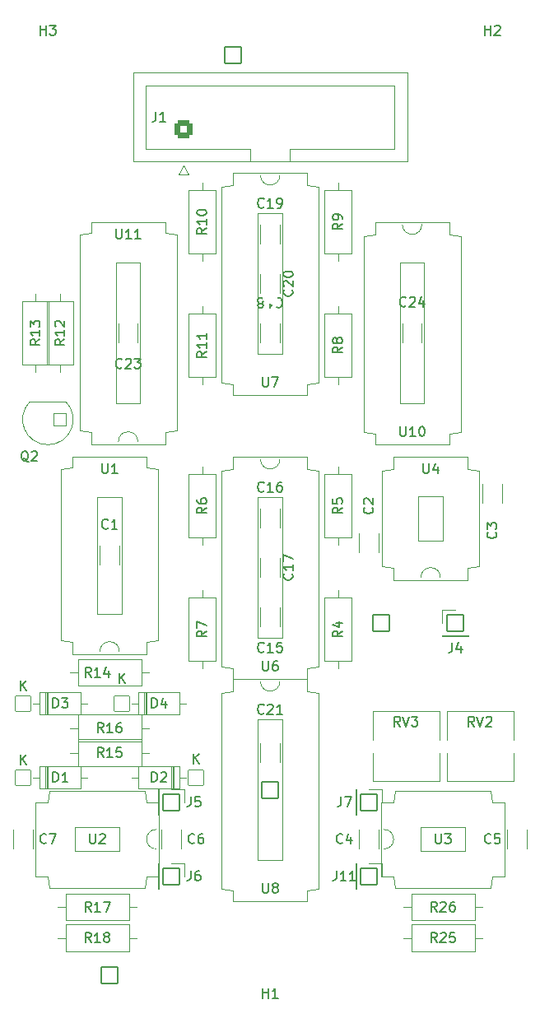
<source format=gto>
G04 #@! TF.GenerationSoftware,KiCad,Pcbnew,(6.0.0)*
G04 #@! TF.CreationDate,2022-08-08T23:12:55+02:00*
G04 #@! TF.ProjectId,FG-VCO-(core2),46472d56-434f-42d2-9863-6f726532292e,rev?*
G04 #@! TF.SameCoordinates,Original*
G04 #@! TF.FileFunction,Legend,Top*
G04 #@! TF.FilePolarity,Positive*
%FSLAX46Y46*%
G04 Gerber Fmt 4.6, Leading zero omitted, Abs format (unit mm)*
G04 Created by KiCad (PCBNEW (6.0.0)) date 2022-08-08 23:12:55*
%MOMM*%
%LPD*%
G01*
G04 APERTURE LIST*
G04 Aperture macros list*
%AMRoundRect*
0 Rectangle with rounded corners*
0 $1 Rounding radius*
0 $2 $3 $4 $5 $6 $7 $8 $9 X,Y pos of 4 corners*
0 Add a 4 corners polygon primitive as box body*
4,1,4,$2,$3,$4,$5,$6,$7,$8,$9,$2,$3,0*
0 Add four circle primitives for the rounded corners*
1,1,$1+$1,$2,$3*
1,1,$1+$1,$4,$5*
1,1,$1+$1,$6,$7*
1,1,$1+$1,$8,$9*
0 Add four rect primitives between the rounded corners*
20,1,$1+$1,$2,$3,$4,$5,0*
20,1,$1+$1,$4,$5,$6,$7,0*
20,1,$1+$1,$6,$7,$8,$9,0*
20,1,$1+$1,$8,$9,$2,$3,0*%
G04 Aperture macros list end*
%ADD10C,0.150000*%
%ADD11C,0.120000*%
%ADD12C,1.702000*%
%ADD13O,1.702000X1.702000*%
%ADD14C,1.626000*%
%ADD15RoundRect,0.051000X-0.800000X-0.800000X0.800000X-0.800000X0.800000X0.800000X-0.800000X0.800000X0*%
%ADD16RoundRect,0.051000X0.650000X0.650000X-0.650000X0.650000X-0.650000X-0.650000X0.650000X-0.650000X0*%
%ADD17C,1.402000*%
%ADD18RoundRect,0.051000X-0.850000X0.850000X-0.850000X-0.850000X0.850000X-0.850000X0.850000X0.850000X0*%
%ADD19C,1.542000*%
%ADD20C,3.302000*%
%ADD21RoundRect,0.301000X0.600000X-0.600000X0.600000X0.600000X-0.600000X0.600000X-0.600000X-0.600000X0*%
%ADD22C,1.802000*%
%ADD23RoundRect,0.051000X-0.850000X-0.850000X0.850000X-0.850000X0.850000X0.850000X-0.850000X0.850000X0*%
%ADD24RoundRect,0.051000X0.800000X0.800000X-0.800000X0.800000X-0.800000X-0.800000X0.800000X-0.800000X0*%
%ADD25O,1.802000X1.802000*%
%ADD26RoundRect,0.051000X0.850000X0.850000X-0.850000X0.850000X-0.850000X-0.850000X0.850000X-0.850000X0*%
G04 APERTURE END LIST*
D10*
X8247142Y-91892380D02*
X7913809Y-91416190D01*
X7675714Y-91892380D02*
X7675714Y-90892380D01*
X8056666Y-90892380D01*
X8151904Y-90940000D01*
X8199523Y-90987619D01*
X8247142Y-91082857D01*
X8247142Y-91225714D01*
X8199523Y-91320952D01*
X8151904Y-91368571D01*
X8056666Y-91416190D01*
X7675714Y-91416190D01*
X9199523Y-91892380D02*
X8628095Y-91892380D01*
X8913809Y-91892380D02*
X8913809Y-90892380D01*
X8818571Y-91035238D01*
X8723333Y-91130476D01*
X8628095Y-91178095D01*
X9532857Y-90892380D02*
X10199523Y-90892380D01*
X9770952Y-91892380D01*
X2992380Y-33027857D02*
X2516190Y-33361190D01*
X2992380Y-33599285D02*
X1992380Y-33599285D01*
X1992380Y-33218333D01*
X2040000Y-33123095D01*
X2087619Y-33075476D01*
X2182857Y-33027857D01*
X2325714Y-33027857D01*
X2420952Y-33075476D01*
X2468571Y-33123095D01*
X2516190Y-33218333D01*
X2516190Y-33599285D01*
X2992380Y-32075476D02*
X2992380Y-32646904D01*
X2992380Y-32361190D02*
X1992380Y-32361190D01*
X2135238Y-32456428D01*
X2230476Y-32551666D01*
X2278095Y-32646904D01*
X1992380Y-31742142D02*
X1992380Y-31123095D01*
X2373333Y-31456428D01*
X2373333Y-31313571D01*
X2420952Y-31218333D01*
X2468571Y-31170714D01*
X2563809Y-31123095D01*
X2801904Y-31123095D01*
X2897142Y-31170714D01*
X2944761Y-31218333D01*
X2992380Y-31313571D01*
X2992380Y-31599285D01*
X2944761Y-31694523D01*
X2897142Y-31742142D01*
X11422142Y-35917142D02*
X11374523Y-35964761D01*
X11231666Y-36012380D01*
X11136428Y-36012380D01*
X10993571Y-35964761D01*
X10898333Y-35869523D01*
X10850714Y-35774285D01*
X10803095Y-35583809D01*
X10803095Y-35440952D01*
X10850714Y-35250476D01*
X10898333Y-35155238D01*
X10993571Y-35060000D01*
X11136428Y-35012380D01*
X11231666Y-35012380D01*
X11374523Y-35060000D01*
X11422142Y-35107619D01*
X11803095Y-35107619D02*
X11850714Y-35060000D01*
X11945952Y-35012380D01*
X12184047Y-35012380D01*
X12279285Y-35060000D01*
X12326904Y-35107619D01*
X12374523Y-35202857D01*
X12374523Y-35298095D01*
X12326904Y-35440952D01*
X11755476Y-36012380D01*
X12374523Y-36012380D01*
X12707857Y-35012380D02*
X13326904Y-35012380D01*
X12993571Y-35393333D01*
X13136428Y-35393333D01*
X13231666Y-35440952D01*
X13279285Y-35488571D01*
X13326904Y-35583809D01*
X13326904Y-35821904D01*
X13279285Y-35917142D01*
X13231666Y-35964761D01*
X13136428Y-36012380D01*
X12850714Y-36012380D01*
X12755476Y-35964761D01*
X12707857Y-35917142D01*
X34107380Y-21121666D02*
X33631190Y-21455000D01*
X34107380Y-21693095D02*
X33107380Y-21693095D01*
X33107380Y-21312142D01*
X33155000Y-21216904D01*
X33202619Y-21169285D01*
X33297857Y-21121666D01*
X33440714Y-21121666D01*
X33535952Y-21169285D01*
X33583571Y-21216904D01*
X33631190Y-21312142D01*
X33631190Y-21693095D01*
X34107380Y-20645476D02*
X34107380Y-20455000D01*
X34059761Y-20359761D01*
X34012142Y-20312142D01*
X33869285Y-20216904D01*
X33678809Y-20169285D01*
X33297857Y-20169285D01*
X33202619Y-20216904D01*
X33155000Y-20264523D01*
X33107380Y-20359761D01*
X33107380Y-20550238D01*
X33155000Y-20645476D01*
X33202619Y-20693095D01*
X33297857Y-20740714D01*
X33535952Y-20740714D01*
X33631190Y-20693095D01*
X33678809Y-20645476D01*
X33726428Y-20550238D01*
X33726428Y-20359761D01*
X33678809Y-20264523D01*
X33631190Y-20216904D01*
X33535952Y-20169285D01*
X8247142Y-95067380D02*
X7913809Y-94591190D01*
X7675714Y-95067380D02*
X7675714Y-94067380D01*
X8056666Y-94067380D01*
X8151904Y-94115000D01*
X8199523Y-94162619D01*
X8247142Y-94257857D01*
X8247142Y-94400714D01*
X8199523Y-94495952D01*
X8151904Y-94543571D01*
X8056666Y-94591190D01*
X7675714Y-94591190D01*
X9199523Y-95067380D02*
X8628095Y-95067380D01*
X8913809Y-95067380D02*
X8913809Y-94067380D01*
X8818571Y-94210238D01*
X8723333Y-94305476D01*
X8628095Y-94353095D01*
X9770952Y-94495952D02*
X9675714Y-94448333D01*
X9628095Y-94400714D01*
X9580476Y-94305476D01*
X9580476Y-94257857D01*
X9628095Y-94162619D01*
X9675714Y-94115000D01*
X9770952Y-94067380D01*
X9961428Y-94067380D01*
X10056666Y-94115000D01*
X10104285Y-94162619D01*
X10151904Y-94257857D01*
X10151904Y-94305476D01*
X10104285Y-94400714D01*
X10056666Y-94448333D01*
X9961428Y-94495952D01*
X9770952Y-94495952D01*
X9675714Y-94543571D01*
X9628095Y-94591190D01*
X9580476Y-94686428D01*
X9580476Y-94876904D01*
X9628095Y-94972142D01*
X9675714Y-95019761D01*
X9770952Y-95067380D01*
X9961428Y-95067380D01*
X10056666Y-95019761D01*
X10104285Y-94972142D01*
X10151904Y-94876904D01*
X10151904Y-94686428D01*
X10104285Y-94591190D01*
X10056666Y-94543571D01*
X9961428Y-94495952D01*
X4341904Y-70937380D02*
X4341904Y-69937380D01*
X4580000Y-69937380D01*
X4722857Y-69985000D01*
X4818095Y-70080238D01*
X4865714Y-70175476D01*
X4913333Y-70365952D01*
X4913333Y-70508809D01*
X4865714Y-70699285D01*
X4818095Y-70794523D01*
X4722857Y-70889761D01*
X4580000Y-70937380D01*
X4341904Y-70937380D01*
X5246666Y-69937380D02*
X5865714Y-69937380D01*
X5532380Y-70318333D01*
X5675238Y-70318333D01*
X5770476Y-70365952D01*
X5818095Y-70413571D01*
X5865714Y-70508809D01*
X5865714Y-70746904D01*
X5818095Y-70842142D01*
X5770476Y-70889761D01*
X5675238Y-70937380D01*
X5389523Y-70937380D01*
X5294285Y-70889761D01*
X5246666Y-70842142D01*
X1008095Y-69137380D02*
X1008095Y-68137380D01*
X1579523Y-69137380D02*
X1150952Y-68565952D01*
X1579523Y-68137380D02*
X1008095Y-68708809D01*
X8128095Y-83907380D02*
X8128095Y-84716904D01*
X8175714Y-84812142D01*
X8223333Y-84859761D01*
X8318571Y-84907380D01*
X8509047Y-84907380D01*
X8604285Y-84859761D01*
X8651904Y-84812142D01*
X8699523Y-84716904D01*
X8699523Y-83907380D01*
X9128095Y-84002619D02*
X9175714Y-83955000D01*
X9270952Y-83907380D01*
X9509047Y-83907380D01*
X9604285Y-83955000D01*
X9651904Y-84002619D01*
X9699523Y-84097857D01*
X9699523Y-84193095D01*
X9651904Y-84335952D01*
X9080476Y-84907380D01*
X9699523Y-84907380D01*
X40632142Y-29567142D02*
X40584523Y-29614761D01*
X40441666Y-29662380D01*
X40346428Y-29662380D01*
X40203571Y-29614761D01*
X40108333Y-29519523D01*
X40060714Y-29424285D01*
X40013095Y-29233809D01*
X40013095Y-29090952D01*
X40060714Y-28900476D01*
X40108333Y-28805238D01*
X40203571Y-28710000D01*
X40346428Y-28662380D01*
X40441666Y-28662380D01*
X40584523Y-28710000D01*
X40632142Y-28757619D01*
X41013095Y-28757619D02*
X41060714Y-28710000D01*
X41155952Y-28662380D01*
X41394047Y-28662380D01*
X41489285Y-28710000D01*
X41536904Y-28757619D01*
X41584523Y-28852857D01*
X41584523Y-28948095D01*
X41536904Y-29090952D01*
X40965476Y-29662380D01*
X41584523Y-29662380D01*
X42441666Y-28995714D02*
X42441666Y-29662380D01*
X42203571Y-28614761D02*
X41965476Y-29329047D01*
X42584523Y-29329047D01*
X26027142Y-48617142D02*
X25979523Y-48664761D01*
X25836666Y-48712380D01*
X25741428Y-48712380D01*
X25598571Y-48664761D01*
X25503333Y-48569523D01*
X25455714Y-48474285D01*
X25408095Y-48283809D01*
X25408095Y-48140952D01*
X25455714Y-47950476D01*
X25503333Y-47855238D01*
X25598571Y-47760000D01*
X25741428Y-47712380D01*
X25836666Y-47712380D01*
X25979523Y-47760000D01*
X26027142Y-47807619D01*
X26979523Y-48712380D02*
X26408095Y-48712380D01*
X26693809Y-48712380D02*
X26693809Y-47712380D01*
X26598571Y-47855238D01*
X26503333Y-47950476D01*
X26408095Y-47998095D01*
X27836666Y-47712380D02*
X27646190Y-47712380D01*
X27550952Y-47760000D01*
X27503333Y-47807619D01*
X27408095Y-47950476D01*
X27360476Y-48140952D01*
X27360476Y-48521904D01*
X27408095Y-48617142D01*
X27455714Y-48664761D01*
X27550952Y-48712380D01*
X27741428Y-48712380D01*
X27836666Y-48664761D01*
X27884285Y-48617142D01*
X27931904Y-48521904D01*
X27931904Y-48283809D01*
X27884285Y-48188571D01*
X27836666Y-48140952D01*
X27741428Y-48093333D01*
X27550952Y-48093333D01*
X27455714Y-48140952D01*
X27408095Y-48188571D01*
X27360476Y-48283809D01*
X43688095Y-83907380D02*
X43688095Y-84716904D01*
X43735714Y-84812142D01*
X43783333Y-84859761D01*
X43878571Y-84907380D01*
X44069047Y-84907380D01*
X44164285Y-84859761D01*
X44211904Y-84812142D01*
X44259523Y-84716904D01*
X44259523Y-83907380D01*
X44640476Y-83907380D02*
X45259523Y-83907380D01*
X44926190Y-84288333D01*
X45069047Y-84288333D01*
X45164285Y-84335952D01*
X45211904Y-84383571D01*
X45259523Y-84478809D01*
X45259523Y-84716904D01*
X45211904Y-84812142D01*
X45164285Y-84859761D01*
X45069047Y-84907380D01*
X44783333Y-84907380D01*
X44688095Y-84859761D01*
X44640476Y-84812142D01*
X20137380Y-50331666D02*
X19661190Y-50665000D01*
X20137380Y-50903095D02*
X19137380Y-50903095D01*
X19137380Y-50522142D01*
X19185000Y-50426904D01*
X19232619Y-50379285D01*
X19327857Y-50331666D01*
X19470714Y-50331666D01*
X19565952Y-50379285D01*
X19613571Y-50426904D01*
X19661190Y-50522142D01*
X19661190Y-50903095D01*
X19137380Y-49474523D02*
X19137380Y-49665000D01*
X19185000Y-49760238D01*
X19232619Y-49807857D01*
X19375476Y-49903095D01*
X19565952Y-49950714D01*
X19946904Y-49950714D01*
X20042142Y-49903095D01*
X20089761Y-49855476D01*
X20137380Y-49760238D01*
X20137380Y-49569761D01*
X20089761Y-49474523D01*
X20042142Y-49426904D01*
X19946904Y-49379285D01*
X19708809Y-49379285D01*
X19613571Y-49426904D01*
X19565952Y-49474523D01*
X19518333Y-49569761D01*
X19518333Y-49760238D01*
X19565952Y-49855476D01*
X19613571Y-49903095D01*
X19708809Y-49950714D01*
X1809761Y-45632619D02*
X1714523Y-45585000D01*
X1619285Y-45489761D01*
X1476428Y-45346904D01*
X1381190Y-45299285D01*
X1285952Y-45299285D01*
X1333571Y-45537380D02*
X1238333Y-45489761D01*
X1143095Y-45394523D01*
X1095476Y-45204047D01*
X1095476Y-44870714D01*
X1143095Y-44680238D01*
X1238333Y-44585000D01*
X1333571Y-44537380D01*
X1524047Y-44537380D01*
X1619285Y-44585000D01*
X1714523Y-44680238D01*
X1762142Y-44870714D01*
X1762142Y-45204047D01*
X1714523Y-45394523D01*
X1619285Y-45489761D01*
X1524047Y-45537380D01*
X1333571Y-45537380D01*
X2143095Y-44632619D02*
X2190714Y-44585000D01*
X2285952Y-44537380D01*
X2524047Y-44537380D01*
X2619285Y-44585000D01*
X2666904Y-44632619D01*
X2714523Y-44727857D01*
X2714523Y-44823095D01*
X2666904Y-44965952D01*
X2095476Y-45537380D01*
X2714523Y-45537380D01*
X26027142Y-71477142D02*
X25979523Y-71524761D01*
X25836666Y-71572380D01*
X25741428Y-71572380D01*
X25598571Y-71524761D01*
X25503333Y-71429523D01*
X25455714Y-71334285D01*
X25408095Y-71143809D01*
X25408095Y-71000952D01*
X25455714Y-70810476D01*
X25503333Y-70715238D01*
X25598571Y-70620000D01*
X25741428Y-70572380D01*
X25836666Y-70572380D01*
X25979523Y-70620000D01*
X26027142Y-70667619D01*
X26408095Y-70667619D02*
X26455714Y-70620000D01*
X26550952Y-70572380D01*
X26789047Y-70572380D01*
X26884285Y-70620000D01*
X26931904Y-70667619D01*
X26979523Y-70762857D01*
X26979523Y-70858095D01*
X26931904Y-71000952D01*
X26360476Y-71572380D01*
X26979523Y-71572380D01*
X27931904Y-71572380D02*
X27360476Y-71572380D01*
X27646190Y-71572380D02*
X27646190Y-70572380D01*
X27550952Y-70715238D01*
X27455714Y-70810476D01*
X27360476Y-70858095D01*
X25908095Y-88987380D02*
X25908095Y-89796904D01*
X25955714Y-89892142D01*
X26003333Y-89939761D01*
X26098571Y-89987380D01*
X26289047Y-89987380D01*
X26384285Y-89939761D01*
X26431904Y-89892142D01*
X26479523Y-89796904D01*
X26479523Y-88987380D01*
X27098571Y-89415952D02*
X27003333Y-89368333D01*
X26955714Y-89320714D01*
X26908095Y-89225476D01*
X26908095Y-89177857D01*
X26955714Y-89082619D01*
X27003333Y-89035000D01*
X27098571Y-88987380D01*
X27289047Y-88987380D01*
X27384285Y-89035000D01*
X27431904Y-89082619D01*
X27479523Y-89177857D01*
X27479523Y-89225476D01*
X27431904Y-89320714D01*
X27384285Y-89368333D01*
X27289047Y-89415952D01*
X27098571Y-89415952D01*
X27003333Y-89463571D01*
X26955714Y-89511190D01*
X26908095Y-89606428D01*
X26908095Y-89796904D01*
X26955714Y-89892142D01*
X27003333Y-89939761D01*
X27098571Y-89987380D01*
X27289047Y-89987380D01*
X27384285Y-89939761D01*
X27431904Y-89892142D01*
X27479523Y-89796904D01*
X27479523Y-89606428D01*
X27431904Y-89511190D01*
X27384285Y-89463571D01*
X27289047Y-89415952D01*
X9993333Y-52427142D02*
X9945714Y-52474761D01*
X9802857Y-52522380D01*
X9707619Y-52522380D01*
X9564761Y-52474761D01*
X9469523Y-52379523D01*
X9421904Y-52284285D01*
X9374285Y-52093809D01*
X9374285Y-51950952D01*
X9421904Y-51760476D01*
X9469523Y-51665238D01*
X9564761Y-51570000D01*
X9707619Y-51522380D01*
X9802857Y-51522380D01*
X9945714Y-51570000D01*
X9993333Y-51617619D01*
X10945714Y-52522380D02*
X10374285Y-52522380D01*
X10660000Y-52522380D02*
X10660000Y-51522380D01*
X10564761Y-51665238D01*
X10469523Y-51760476D01*
X10374285Y-51808095D01*
X20137380Y-34297857D02*
X19661190Y-34631190D01*
X20137380Y-34869285D02*
X19137380Y-34869285D01*
X19137380Y-34488333D01*
X19185000Y-34393095D01*
X19232619Y-34345476D01*
X19327857Y-34297857D01*
X19470714Y-34297857D01*
X19565952Y-34345476D01*
X19613571Y-34393095D01*
X19661190Y-34488333D01*
X19661190Y-34869285D01*
X20137380Y-33345476D02*
X20137380Y-33916904D01*
X20137380Y-33631190D02*
X19137380Y-33631190D01*
X19280238Y-33726428D01*
X19375476Y-33821666D01*
X19423095Y-33916904D01*
X20137380Y-32393095D02*
X20137380Y-32964523D01*
X20137380Y-32678809D02*
X19137380Y-32678809D01*
X19280238Y-32774047D01*
X19375476Y-32869285D01*
X19423095Y-32964523D01*
X25908095Y-66127380D02*
X25908095Y-66936904D01*
X25955714Y-67032142D01*
X26003333Y-67079761D01*
X26098571Y-67127380D01*
X26289047Y-67127380D01*
X26384285Y-67079761D01*
X26431904Y-67032142D01*
X26479523Y-66936904D01*
X26479523Y-66127380D01*
X27384285Y-66127380D02*
X27193809Y-66127380D01*
X27098571Y-66175000D01*
X27050952Y-66222619D01*
X26955714Y-66365476D01*
X26908095Y-66555952D01*
X26908095Y-66936904D01*
X26955714Y-67032142D01*
X27003333Y-67079761D01*
X27098571Y-67127380D01*
X27289047Y-67127380D01*
X27384285Y-67079761D01*
X27431904Y-67032142D01*
X27479523Y-66936904D01*
X27479523Y-66698809D01*
X27431904Y-66603571D01*
X27384285Y-66555952D01*
X27289047Y-66508333D01*
X27098571Y-66508333D01*
X27003333Y-66555952D01*
X26955714Y-66603571D01*
X26908095Y-66698809D01*
X5532380Y-33027857D02*
X5056190Y-33361190D01*
X5532380Y-33599285D02*
X4532380Y-33599285D01*
X4532380Y-33218333D01*
X4580000Y-33123095D01*
X4627619Y-33075476D01*
X4722857Y-33027857D01*
X4865714Y-33027857D01*
X4960952Y-33075476D01*
X5008571Y-33123095D01*
X5056190Y-33218333D01*
X5056190Y-33599285D01*
X5532380Y-32075476D02*
X5532380Y-32646904D01*
X5532380Y-32361190D02*
X4532380Y-32361190D01*
X4675238Y-32456428D01*
X4770476Y-32551666D01*
X4818095Y-32646904D01*
X4627619Y-31694523D02*
X4580000Y-31646904D01*
X4532380Y-31551666D01*
X4532380Y-31313571D01*
X4580000Y-31218333D01*
X4627619Y-31170714D01*
X4722857Y-31123095D01*
X4818095Y-31123095D01*
X4960952Y-31170714D01*
X5532380Y-31742142D01*
X5532380Y-31123095D01*
X9517142Y-73477380D02*
X9183809Y-73001190D01*
X8945714Y-73477380D02*
X8945714Y-72477380D01*
X9326666Y-72477380D01*
X9421904Y-72525000D01*
X9469523Y-72572619D01*
X9517142Y-72667857D01*
X9517142Y-72810714D01*
X9469523Y-72905952D01*
X9421904Y-72953571D01*
X9326666Y-73001190D01*
X8945714Y-73001190D01*
X10469523Y-73477380D02*
X9898095Y-73477380D01*
X10183809Y-73477380D02*
X10183809Y-72477380D01*
X10088571Y-72620238D01*
X9993333Y-72715476D01*
X9898095Y-72763095D01*
X11326666Y-72477380D02*
X11136190Y-72477380D01*
X11040952Y-72525000D01*
X10993333Y-72572619D01*
X10898095Y-72715476D01*
X10850476Y-72905952D01*
X10850476Y-73286904D01*
X10898095Y-73382142D01*
X10945714Y-73429761D01*
X11040952Y-73477380D01*
X11231428Y-73477380D01*
X11326666Y-73429761D01*
X11374285Y-73382142D01*
X11421904Y-73286904D01*
X11421904Y-73048809D01*
X11374285Y-72953571D01*
X11326666Y-72905952D01*
X11231428Y-72858333D01*
X11040952Y-72858333D01*
X10945714Y-72905952D01*
X10898095Y-72953571D01*
X10850476Y-73048809D01*
X33956666Y-80097380D02*
X33956666Y-80811666D01*
X33909047Y-80954523D01*
X33813809Y-81049761D01*
X33670952Y-81097380D01*
X33575714Y-81097380D01*
X34337619Y-80097380D02*
X35004285Y-80097380D01*
X34575714Y-81097380D01*
X49363333Y-84812142D02*
X49315714Y-84859761D01*
X49172857Y-84907380D01*
X49077619Y-84907380D01*
X48934761Y-84859761D01*
X48839523Y-84764523D01*
X48791904Y-84669285D01*
X48744285Y-84478809D01*
X48744285Y-84335952D01*
X48791904Y-84145476D01*
X48839523Y-84050238D01*
X48934761Y-83955000D01*
X49077619Y-83907380D01*
X49172857Y-83907380D01*
X49315714Y-83955000D01*
X49363333Y-84002619D01*
X50268095Y-83907380D02*
X49791904Y-83907380D01*
X49744285Y-84383571D01*
X49791904Y-84335952D01*
X49887142Y-84288333D01*
X50125238Y-84288333D01*
X50220476Y-84335952D01*
X50268095Y-84383571D01*
X50315714Y-84478809D01*
X50315714Y-84716904D01*
X50268095Y-84812142D01*
X50220476Y-84859761D01*
X50125238Y-84907380D01*
X49887142Y-84907380D01*
X49791904Y-84859761D01*
X49744285Y-84812142D01*
X8247142Y-67762380D02*
X7913809Y-67286190D01*
X7675714Y-67762380D02*
X7675714Y-66762380D01*
X8056666Y-66762380D01*
X8151904Y-66810000D01*
X8199523Y-66857619D01*
X8247142Y-66952857D01*
X8247142Y-67095714D01*
X8199523Y-67190952D01*
X8151904Y-67238571D01*
X8056666Y-67286190D01*
X7675714Y-67286190D01*
X9199523Y-67762380D02*
X8628095Y-67762380D01*
X8913809Y-67762380D02*
X8913809Y-66762380D01*
X8818571Y-66905238D01*
X8723333Y-67000476D01*
X8628095Y-67048095D01*
X10056666Y-67095714D02*
X10056666Y-67762380D01*
X9818571Y-66714761D02*
X9580476Y-67429047D01*
X10199523Y-67429047D01*
X47664761Y-72842380D02*
X47331428Y-72366190D01*
X47093333Y-72842380D02*
X47093333Y-71842380D01*
X47474285Y-71842380D01*
X47569523Y-71890000D01*
X47617142Y-71937619D01*
X47664761Y-72032857D01*
X47664761Y-72175714D01*
X47617142Y-72270952D01*
X47569523Y-72318571D01*
X47474285Y-72366190D01*
X47093333Y-72366190D01*
X47950476Y-71842380D02*
X48283809Y-72842380D01*
X48617142Y-71842380D01*
X48902857Y-71937619D02*
X48950476Y-71890000D01*
X49045714Y-71842380D01*
X49283809Y-71842380D01*
X49379047Y-71890000D01*
X49426666Y-71937619D01*
X49474285Y-72032857D01*
X49474285Y-72128095D01*
X49426666Y-72270952D01*
X48855238Y-72842380D01*
X49474285Y-72842380D01*
X18506666Y-87717380D02*
X18506666Y-88431666D01*
X18459047Y-88574523D01*
X18363809Y-88669761D01*
X18220952Y-88717380D01*
X18125714Y-88717380D01*
X19411428Y-87717380D02*
X19220952Y-87717380D01*
X19125714Y-87765000D01*
X19078095Y-87812619D01*
X18982857Y-87955476D01*
X18935238Y-88145952D01*
X18935238Y-88526904D01*
X18982857Y-88622142D01*
X19030476Y-88669761D01*
X19125714Y-88717380D01*
X19316190Y-88717380D01*
X19411428Y-88669761D01*
X19459047Y-88622142D01*
X19506666Y-88526904D01*
X19506666Y-88288809D01*
X19459047Y-88193571D01*
X19411428Y-88145952D01*
X19316190Y-88098333D01*
X19125714Y-88098333D01*
X19030476Y-88145952D01*
X18982857Y-88193571D01*
X18935238Y-88288809D01*
X28932142Y-27947857D02*
X28979761Y-27995476D01*
X29027380Y-28138333D01*
X29027380Y-28233571D01*
X28979761Y-28376428D01*
X28884523Y-28471666D01*
X28789285Y-28519285D01*
X28598809Y-28566904D01*
X28455952Y-28566904D01*
X28265476Y-28519285D01*
X28170238Y-28471666D01*
X28075000Y-28376428D01*
X28027380Y-28233571D01*
X28027380Y-28138333D01*
X28075000Y-27995476D01*
X28122619Y-27947857D01*
X28122619Y-27566904D02*
X28075000Y-27519285D01*
X28027380Y-27424047D01*
X28027380Y-27185952D01*
X28075000Y-27090714D01*
X28122619Y-27043095D01*
X28217857Y-26995476D01*
X28313095Y-26995476D01*
X28455952Y-27043095D01*
X29027380Y-27614523D01*
X29027380Y-26995476D01*
X28027380Y-26376428D02*
X28027380Y-26281190D01*
X28075000Y-26185952D01*
X28122619Y-26138333D01*
X28217857Y-26090714D01*
X28408333Y-26043095D01*
X28646428Y-26043095D01*
X28836904Y-26090714D01*
X28932142Y-26138333D01*
X28979761Y-26185952D01*
X29027380Y-26281190D01*
X29027380Y-26376428D01*
X28979761Y-26471666D01*
X28932142Y-26519285D01*
X28836904Y-26566904D01*
X28646428Y-26614523D01*
X28408333Y-26614523D01*
X28217857Y-26566904D01*
X28122619Y-26519285D01*
X28075000Y-26471666D01*
X28027380Y-26376428D01*
X18883333Y-84812142D02*
X18835714Y-84859761D01*
X18692857Y-84907380D01*
X18597619Y-84907380D01*
X18454761Y-84859761D01*
X18359523Y-84764523D01*
X18311904Y-84669285D01*
X18264285Y-84478809D01*
X18264285Y-84335952D01*
X18311904Y-84145476D01*
X18359523Y-84050238D01*
X18454761Y-83955000D01*
X18597619Y-83907380D01*
X18692857Y-83907380D01*
X18835714Y-83955000D01*
X18883333Y-84002619D01*
X19740476Y-83907380D02*
X19550000Y-83907380D01*
X19454761Y-83955000D01*
X19407142Y-84002619D01*
X19311904Y-84145476D01*
X19264285Y-84335952D01*
X19264285Y-84716904D01*
X19311904Y-84812142D01*
X19359523Y-84859761D01*
X19454761Y-84907380D01*
X19645238Y-84907380D01*
X19740476Y-84859761D01*
X19788095Y-84812142D01*
X19835714Y-84716904D01*
X19835714Y-84478809D01*
X19788095Y-84383571D01*
X19740476Y-84335952D01*
X19645238Y-84288333D01*
X19454761Y-84288333D01*
X19359523Y-84335952D01*
X19311904Y-84383571D01*
X19264285Y-84478809D01*
X3643333Y-84812142D02*
X3595714Y-84859761D01*
X3452857Y-84907380D01*
X3357619Y-84907380D01*
X3214761Y-84859761D01*
X3119523Y-84764523D01*
X3071904Y-84669285D01*
X3024285Y-84478809D01*
X3024285Y-84335952D01*
X3071904Y-84145476D01*
X3119523Y-84050238D01*
X3214761Y-83955000D01*
X3357619Y-83907380D01*
X3452857Y-83907380D01*
X3595714Y-83955000D01*
X3643333Y-84002619D01*
X3976666Y-83907380D02*
X4643333Y-83907380D01*
X4214761Y-84907380D01*
X9517142Y-76017380D02*
X9183809Y-75541190D01*
X8945714Y-76017380D02*
X8945714Y-75017380D01*
X9326666Y-75017380D01*
X9421904Y-75065000D01*
X9469523Y-75112619D01*
X9517142Y-75207857D01*
X9517142Y-75350714D01*
X9469523Y-75445952D01*
X9421904Y-75493571D01*
X9326666Y-75541190D01*
X8945714Y-75541190D01*
X10469523Y-76017380D02*
X9898095Y-76017380D01*
X10183809Y-76017380D02*
X10183809Y-75017380D01*
X10088571Y-75160238D01*
X9993333Y-75255476D01*
X9898095Y-75303095D01*
X11374285Y-75017380D02*
X10898095Y-75017380D01*
X10850476Y-75493571D01*
X10898095Y-75445952D01*
X10993333Y-75398333D01*
X11231428Y-75398333D01*
X11326666Y-75445952D01*
X11374285Y-75493571D01*
X11421904Y-75588809D01*
X11421904Y-75826904D01*
X11374285Y-75922142D01*
X11326666Y-75969761D01*
X11231428Y-76017380D01*
X10993333Y-76017380D01*
X10898095Y-75969761D01*
X10850476Y-75922142D01*
X34107380Y-63031666D02*
X33631190Y-63365000D01*
X34107380Y-63603095D02*
X33107380Y-63603095D01*
X33107380Y-63222142D01*
X33155000Y-63126904D01*
X33202619Y-63079285D01*
X33297857Y-63031666D01*
X33440714Y-63031666D01*
X33535952Y-63079285D01*
X33583571Y-63126904D01*
X33631190Y-63222142D01*
X33631190Y-63603095D01*
X33440714Y-62174523D02*
X34107380Y-62174523D01*
X33059761Y-62412619D02*
X33774047Y-62650714D01*
X33774047Y-62031666D01*
X34107380Y-50331666D02*
X33631190Y-50665000D01*
X34107380Y-50903095D02*
X33107380Y-50903095D01*
X33107380Y-50522142D01*
X33155000Y-50426904D01*
X33202619Y-50379285D01*
X33297857Y-50331666D01*
X33440714Y-50331666D01*
X33535952Y-50379285D01*
X33583571Y-50426904D01*
X33631190Y-50522142D01*
X33631190Y-50903095D01*
X33107380Y-49426904D02*
X33107380Y-49903095D01*
X33583571Y-49950714D01*
X33535952Y-49903095D01*
X33488333Y-49807857D01*
X33488333Y-49569761D01*
X33535952Y-49474523D01*
X33583571Y-49426904D01*
X33678809Y-49379285D01*
X33916904Y-49379285D01*
X34012142Y-49426904D01*
X34059761Y-49474523D01*
X34107380Y-49569761D01*
X34107380Y-49807857D01*
X34059761Y-49903095D01*
X34012142Y-49950714D01*
X20137380Y-21597857D02*
X19661190Y-21931190D01*
X20137380Y-22169285D02*
X19137380Y-22169285D01*
X19137380Y-21788333D01*
X19185000Y-21693095D01*
X19232619Y-21645476D01*
X19327857Y-21597857D01*
X19470714Y-21597857D01*
X19565952Y-21645476D01*
X19613571Y-21693095D01*
X19661190Y-21788333D01*
X19661190Y-22169285D01*
X20137380Y-20645476D02*
X20137380Y-21216904D01*
X20137380Y-20931190D02*
X19137380Y-20931190D01*
X19280238Y-21026428D01*
X19375476Y-21121666D01*
X19423095Y-21216904D01*
X19137380Y-20026428D02*
X19137380Y-19931190D01*
X19185000Y-19835952D01*
X19232619Y-19788333D01*
X19327857Y-19740714D01*
X19518333Y-19693095D01*
X19756428Y-19693095D01*
X19946904Y-19740714D01*
X20042142Y-19788333D01*
X20089761Y-19835952D01*
X20137380Y-19931190D01*
X20137380Y-20026428D01*
X20089761Y-20121666D01*
X20042142Y-20169285D01*
X19946904Y-20216904D01*
X19756428Y-20264523D01*
X19518333Y-20264523D01*
X19327857Y-20216904D01*
X19232619Y-20169285D01*
X19185000Y-20121666D01*
X19137380Y-20026428D01*
X43807142Y-95067380D02*
X43473809Y-94591190D01*
X43235714Y-95067380D02*
X43235714Y-94067380D01*
X43616666Y-94067380D01*
X43711904Y-94115000D01*
X43759523Y-94162619D01*
X43807142Y-94257857D01*
X43807142Y-94400714D01*
X43759523Y-94495952D01*
X43711904Y-94543571D01*
X43616666Y-94591190D01*
X43235714Y-94591190D01*
X44188095Y-94162619D02*
X44235714Y-94115000D01*
X44330952Y-94067380D01*
X44569047Y-94067380D01*
X44664285Y-94115000D01*
X44711904Y-94162619D01*
X44759523Y-94257857D01*
X44759523Y-94353095D01*
X44711904Y-94495952D01*
X44140476Y-95067380D01*
X44759523Y-95067380D01*
X45664285Y-94067380D02*
X45188095Y-94067380D01*
X45140476Y-94543571D01*
X45188095Y-94495952D01*
X45283333Y-94448333D01*
X45521428Y-94448333D01*
X45616666Y-94495952D01*
X45664285Y-94543571D01*
X45711904Y-94638809D01*
X45711904Y-94876904D01*
X45664285Y-94972142D01*
X45616666Y-95019761D01*
X45521428Y-95067380D01*
X45283333Y-95067380D01*
X45188095Y-95019761D01*
X45140476Y-94972142D01*
X18506666Y-80097380D02*
X18506666Y-80811666D01*
X18459047Y-80954523D01*
X18363809Y-81049761D01*
X18220952Y-81097380D01*
X18125714Y-81097380D01*
X19459047Y-80097380D02*
X18982857Y-80097380D01*
X18935238Y-80573571D01*
X18982857Y-80525952D01*
X19078095Y-80478333D01*
X19316190Y-80478333D01*
X19411428Y-80525952D01*
X19459047Y-80573571D01*
X19506666Y-80668809D01*
X19506666Y-80906904D01*
X19459047Y-81002142D01*
X19411428Y-81049761D01*
X19316190Y-81097380D01*
X19078095Y-81097380D01*
X18982857Y-81049761D01*
X18935238Y-81002142D01*
X14906666Y-9612380D02*
X14906666Y-10326666D01*
X14859047Y-10469523D01*
X14763809Y-10564761D01*
X14620952Y-10612380D01*
X14525714Y-10612380D01*
X15906666Y-10612380D02*
X15335238Y-10612380D01*
X15620952Y-10612380D02*
X15620952Y-9612380D01*
X15525714Y-9755238D01*
X15430476Y-9850476D01*
X15335238Y-9898095D01*
X26027142Y-65127142D02*
X25979523Y-65174761D01*
X25836666Y-65222380D01*
X25741428Y-65222380D01*
X25598571Y-65174761D01*
X25503333Y-65079523D01*
X25455714Y-64984285D01*
X25408095Y-64793809D01*
X25408095Y-64650952D01*
X25455714Y-64460476D01*
X25503333Y-64365238D01*
X25598571Y-64270000D01*
X25741428Y-64222380D01*
X25836666Y-64222380D01*
X25979523Y-64270000D01*
X26027142Y-64317619D01*
X26979523Y-65222380D02*
X26408095Y-65222380D01*
X26693809Y-65222380D02*
X26693809Y-64222380D01*
X26598571Y-64365238D01*
X26503333Y-64460476D01*
X26408095Y-64508095D01*
X27884285Y-64222380D02*
X27408095Y-64222380D01*
X27360476Y-64698571D01*
X27408095Y-64650952D01*
X27503333Y-64603333D01*
X27741428Y-64603333D01*
X27836666Y-64650952D01*
X27884285Y-64698571D01*
X27931904Y-64793809D01*
X27931904Y-65031904D01*
X27884285Y-65127142D01*
X27836666Y-65174761D01*
X27741428Y-65222380D01*
X27503333Y-65222380D01*
X27408095Y-65174761D01*
X27360476Y-65127142D01*
X40044761Y-72842380D02*
X39711428Y-72366190D01*
X39473333Y-72842380D02*
X39473333Y-71842380D01*
X39854285Y-71842380D01*
X39949523Y-71890000D01*
X39997142Y-71937619D01*
X40044761Y-72032857D01*
X40044761Y-72175714D01*
X39997142Y-72270952D01*
X39949523Y-72318571D01*
X39854285Y-72366190D01*
X39473333Y-72366190D01*
X40330476Y-71842380D02*
X40663809Y-72842380D01*
X40997142Y-71842380D01*
X41235238Y-71842380D02*
X41854285Y-71842380D01*
X41520952Y-72223333D01*
X41663809Y-72223333D01*
X41759047Y-72270952D01*
X41806666Y-72318571D01*
X41854285Y-72413809D01*
X41854285Y-72651904D01*
X41806666Y-72747142D01*
X41759047Y-72794761D01*
X41663809Y-72842380D01*
X41378095Y-72842380D01*
X41282857Y-72794761D01*
X41235238Y-72747142D01*
X45386666Y-64222380D02*
X45386666Y-64936666D01*
X45339047Y-65079523D01*
X45243809Y-65174761D01*
X45100952Y-65222380D01*
X45005714Y-65222380D01*
X46291428Y-64555714D02*
X46291428Y-65222380D01*
X46053333Y-64174761D02*
X45815238Y-64889047D01*
X46434285Y-64889047D01*
X4341904Y-78557380D02*
X4341904Y-77557380D01*
X4580000Y-77557380D01*
X4722857Y-77605000D01*
X4818095Y-77700238D01*
X4865714Y-77795476D01*
X4913333Y-77985952D01*
X4913333Y-78128809D01*
X4865714Y-78319285D01*
X4818095Y-78414523D01*
X4722857Y-78509761D01*
X4580000Y-78557380D01*
X4341904Y-78557380D01*
X5865714Y-78557380D02*
X5294285Y-78557380D01*
X5580000Y-78557380D02*
X5580000Y-77557380D01*
X5484761Y-77700238D01*
X5389523Y-77795476D01*
X5294285Y-77843095D01*
X1008095Y-76757380D02*
X1008095Y-75757380D01*
X1579523Y-76757380D02*
X1150952Y-76185952D01*
X1579523Y-75757380D02*
X1008095Y-76328809D01*
X20137380Y-63031666D02*
X19661190Y-63365000D01*
X20137380Y-63603095D02*
X19137380Y-63603095D01*
X19137380Y-63222142D01*
X19185000Y-63126904D01*
X19232619Y-63079285D01*
X19327857Y-63031666D01*
X19470714Y-63031666D01*
X19565952Y-63079285D01*
X19613571Y-63126904D01*
X19661190Y-63222142D01*
X19661190Y-63603095D01*
X19137380Y-62698333D02*
X19137380Y-62031666D01*
X20137380Y-62460238D01*
X10826904Y-21677380D02*
X10826904Y-22486904D01*
X10874523Y-22582142D01*
X10922142Y-22629761D01*
X11017380Y-22677380D01*
X11207857Y-22677380D01*
X11303095Y-22629761D01*
X11350714Y-22582142D01*
X11398333Y-22486904D01*
X11398333Y-21677380D01*
X12398333Y-22677380D02*
X11826904Y-22677380D01*
X12112619Y-22677380D02*
X12112619Y-21677380D01*
X12017380Y-21820238D01*
X11922142Y-21915476D01*
X11826904Y-21963095D01*
X13350714Y-22677380D02*
X12779285Y-22677380D01*
X13065000Y-22677380D02*
X13065000Y-21677380D01*
X12969761Y-21820238D01*
X12874523Y-21915476D01*
X12779285Y-21963095D01*
X34107380Y-33821666D02*
X33631190Y-34155000D01*
X34107380Y-34393095D02*
X33107380Y-34393095D01*
X33107380Y-34012142D01*
X33155000Y-33916904D01*
X33202619Y-33869285D01*
X33297857Y-33821666D01*
X33440714Y-33821666D01*
X33535952Y-33869285D01*
X33583571Y-33916904D01*
X33631190Y-34012142D01*
X33631190Y-34393095D01*
X33535952Y-33250238D02*
X33488333Y-33345476D01*
X33440714Y-33393095D01*
X33345476Y-33440714D01*
X33297857Y-33440714D01*
X33202619Y-33393095D01*
X33155000Y-33345476D01*
X33107380Y-33250238D01*
X33107380Y-33059761D01*
X33155000Y-32964523D01*
X33202619Y-32916904D01*
X33297857Y-32869285D01*
X33345476Y-32869285D01*
X33440714Y-32916904D01*
X33488333Y-32964523D01*
X33535952Y-33059761D01*
X33535952Y-33250238D01*
X33583571Y-33345476D01*
X33631190Y-33393095D01*
X33726428Y-33440714D01*
X33916904Y-33440714D01*
X34012142Y-33393095D01*
X34059761Y-33345476D01*
X34107380Y-33250238D01*
X34107380Y-33059761D01*
X34059761Y-32964523D01*
X34012142Y-32916904D01*
X33916904Y-32869285D01*
X33726428Y-32869285D01*
X33631190Y-32916904D01*
X33583571Y-32964523D01*
X33535952Y-33059761D01*
X3048095Y-1722380D02*
X3048095Y-722380D01*
X3048095Y-1198571D02*
X3619523Y-1198571D01*
X3619523Y-1722380D02*
X3619523Y-722380D01*
X4000476Y-722380D02*
X4619523Y-722380D01*
X4286190Y-1103333D01*
X4429047Y-1103333D01*
X4524285Y-1150952D01*
X4571904Y-1198571D01*
X4619523Y-1293809D01*
X4619523Y-1531904D01*
X4571904Y-1627142D01*
X4524285Y-1674761D01*
X4429047Y-1722380D01*
X4143333Y-1722380D01*
X4048095Y-1674761D01*
X4000476Y-1627142D01*
X25908095Y-36917380D02*
X25908095Y-37726904D01*
X25955714Y-37822142D01*
X26003333Y-37869761D01*
X26098571Y-37917380D01*
X26289047Y-37917380D01*
X26384285Y-37869761D01*
X26431904Y-37822142D01*
X26479523Y-37726904D01*
X26479523Y-36917380D01*
X26860476Y-36917380D02*
X27527142Y-36917380D01*
X27098571Y-37917380D01*
X28932142Y-57157857D02*
X28979761Y-57205476D01*
X29027380Y-57348333D01*
X29027380Y-57443571D01*
X28979761Y-57586428D01*
X28884523Y-57681666D01*
X28789285Y-57729285D01*
X28598809Y-57776904D01*
X28455952Y-57776904D01*
X28265476Y-57729285D01*
X28170238Y-57681666D01*
X28075000Y-57586428D01*
X28027380Y-57443571D01*
X28027380Y-57348333D01*
X28075000Y-57205476D01*
X28122619Y-57157857D01*
X29027380Y-56205476D02*
X29027380Y-56776904D01*
X29027380Y-56491190D02*
X28027380Y-56491190D01*
X28170238Y-56586428D01*
X28265476Y-56681666D01*
X28313095Y-56776904D01*
X28027380Y-55872142D02*
X28027380Y-55205476D01*
X29027380Y-55634047D01*
X9398095Y-45807380D02*
X9398095Y-46616904D01*
X9445714Y-46712142D01*
X9493333Y-46759761D01*
X9588571Y-46807380D01*
X9779047Y-46807380D01*
X9874285Y-46759761D01*
X9921904Y-46712142D01*
X9969523Y-46616904D01*
X9969523Y-45807380D01*
X10969523Y-46807380D02*
X10398095Y-46807380D01*
X10683809Y-46807380D02*
X10683809Y-45807380D01*
X10588571Y-45950238D01*
X10493333Y-46045476D01*
X10398095Y-46093095D01*
X14501904Y-70937380D02*
X14501904Y-69937380D01*
X14740000Y-69937380D01*
X14882857Y-69985000D01*
X14978095Y-70080238D01*
X15025714Y-70175476D01*
X15073333Y-70365952D01*
X15073333Y-70508809D01*
X15025714Y-70699285D01*
X14978095Y-70794523D01*
X14882857Y-70889761D01*
X14740000Y-70937380D01*
X14501904Y-70937380D01*
X15930476Y-70270714D02*
X15930476Y-70937380D01*
X15692380Y-69889761D02*
X15454285Y-70604047D01*
X16073333Y-70604047D01*
X11168095Y-68397380D02*
X11168095Y-67397380D01*
X11739523Y-68397380D02*
X11310952Y-67825952D01*
X11739523Y-67397380D02*
X11168095Y-67968809D01*
X49887142Y-52871666D02*
X49934761Y-52919285D01*
X49982380Y-53062142D01*
X49982380Y-53157380D01*
X49934761Y-53300238D01*
X49839523Y-53395476D01*
X49744285Y-53443095D01*
X49553809Y-53490714D01*
X49410952Y-53490714D01*
X49220476Y-53443095D01*
X49125238Y-53395476D01*
X49030000Y-53300238D01*
X48982380Y-53157380D01*
X48982380Y-53062142D01*
X49030000Y-52919285D01*
X49077619Y-52871666D01*
X48982380Y-52538333D02*
X48982380Y-51919285D01*
X49363333Y-52252619D01*
X49363333Y-52109761D01*
X49410952Y-52014523D01*
X49458571Y-51966904D01*
X49553809Y-51919285D01*
X49791904Y-51919285D01*
X49887142Y-51966904D01*
X49934761Y-52014523D01*
X49982380Y-52109761D01*
X49982380Y-52395476D01*
X49934761Y-52490714D01*
X49887142Y-52538333D01*
X27312857Y-28852857D02*
X27360476Y-28805238D01*
X27503333Y-28757619D01*
X27598571Y-28757619D01*
X27741428Y-28805238D01*
X27836666Y-28900476D01*
X27884285Y-28995714D01*
X27931904Y-29186190D01*
X27931904Y-29329047D01*
X27884285Y-29519523D01*
X27836666Y-29614761D01*
X27741428Y-29710000D01*
X27598571Y-29757619D01*
X27503333Y-29757619D01*
X27360476Y-29710000D01*
X27312857Y-29662380D01*
X26360476Y-28757619D02*
X26931904Y-28757619D01*
X26646190Y-28757619D02*
X26646190Y-29757619D01*
X26741428Y-29614761D01*
X26836666Y-29519523D01*
X26931904Y-29471904D01*
X25789047Y-29329047D02*
X25884285Y-29376666D01*
X25931904Y-29424285D01*
X25979523Y-29519523D01*
X25979523Y-29567142D01*
X25931904Y-29662380D01*
X25884285Y-29710000D01*
X25789047Y-29757619D01*
X25598571Y-29757619D01*
X25503333Y-29710000D01*
X25455714Y-29662380D01*
X25408095Y-29567142D01*
X25408095Y-29519523D01*
X25455714Y-29424285D01*
X25503333Y-29376666D01*
X25598571Y-29329047D01*
X25789047Y-29329047D01*
X25884285Y-29281428D01*
X25931904Y-29233809D01*
X25979523Y-29138571D01*
X25979523Y-28948095D01*
X25931904Y-28852857D01*
X25884285Y-28805238D01*
X25789047Y-28757619D01*
X25598571Y-28757619D01*
X25503333Y-28805238D01*
X25455714Y-28852857D01*
X25408095Y-28948095D01*
X25408095Y-29138571D01*
X25455714Y-29233809D01*
X25503333Y-29281428D01*
X25598571Y-29329047D01*
X33480476Y-87717380D02*
X33480476Y-88431666D01*
X33432857Y-88574523D01*
X33337619Y-88669761D01*
X33194761Y-88717380D01*
X33099523Y-88717380D01*
X34480476Y-88717380D02*
X33909047Y-88717380D01*
X34194761Y-88717380D02*
X34194761Y-87717380D01*
X34099523Y-87860238D01*
X34004285Y-87955476D01*
X33909047Y-88003095D01*
X35432857Y-88717380D02*
X34861428Y-88717380D01*
X35147142Y-88717380D02*
X35147142Y-87717380D01*
X35051904Y-87860238D01*
X34956666Y-87955476D01*
X34861428Y-88003095D01*
X25908095Y-100782380D02*
X25908095Y-99782380D01*
X25908095Y-100258571D02*
X26479523Y-100258571D01*
X26479523Y-100782380D02*
X26479523Y-99782380D01*
X27479523Y-100782380D02*
X26908095Y-100782380D01*
X27193809Y-100782380D02*
X27193809Y-99782380D01*
X27098571Y-99925238D01*
X27003333Y-100020476D01*
X26908095Y-100068095D01*
X34123333Y-84812142D02*
X34075714Y-84859761D01*
X33932857Y-84907380D01*
X33837619Y-84907380D01*
X33694761Y-84859761D01*
X33599523Y-84764523D01*
X33551904Y-84669285D01*
X33504285Y-84478809D01*
X33504285Y-84335952D01*
X33551904Y-84145476D01*
X33599523Y-84050238D01*
X33694761Y-83955000D01*
X33837619Y-83907380D01*
X33932857Y-83907380D01*
X34075714Y-83955000D01*
X34123333Y-84002619D01*
X34980476Y-84240714D02*
X34980476Y-84907380D01*
X34742380Y-83859761D02*
X34504285Y-84574047D01*
X35123333Y-84574047D01*
X14501904Y-78557380D02*
X14501904Y-77557380D01*
X14740000Y-77557380D01*
X14882857Y-77605000D01*
X14978095Y-77700238D01*
X15025714Y-77795476D01*
X15073333Y-77985952D01*
X15073333Y-78128809D01*
X15025714Y-78319285D01*
X14978095Y-78414523D01*
X14882857Y-78509761D01*
X14740000Y-78557380D01*
X14501904Y-78557380D01*
X15454285Y-77652619D02*
X15501904Y-77605000D01*
X15597142Y-77557380D01*
X15835238Y-77557380D01*
X15930476Y-77605000D01*
X15978095Y-77652619D01*
X16025714Y-77747857D01*
X16025714Y-77843095D01*
X15978095Y-77985952D01*
X15406666Y-78557380D01*
X16025714Y-78557380D01*
X18788095Y-76652380D02*
X18788095Y-75652380D01*
X19359523Y-76652380D02*
X18930952Y-76080952D01*
X19359523Y-75652380D02*
X18788095Y-76223809D01*
X40036904Y-41997380D02*
X40036904Y-42806904D01*
X40084523Y-42902142D01*
X40132142Y-42949761D01*
X40227380Y-42997380D01*
X40417857Y-42997380D01*
X40513095Y-42949761D01*
X40560714Y-42902142D01*
X40608333Y-42806904D01*
X40608333Y-41997380D01*
X41608333Y-42997380D02*
X41036904Y-42997380D01*
X41322619Y-42997380D02*
X41322619Y-41997380D01*
X41227380Y-42140238D01*
X41132142Y-42235476D01*
X41036904Y-42283095D01*
X42227380Y-41997380D02*
X42322619Y-41997380D01*
X42417857Y-42045000D01*
X42465476Y-42092619D01*
X42513095Y-42187857D01*
X42560714Y-42378333D01*
X42560714Y-42616428D01*
X42513095Y-42806904D01*
X42465476Y-42902142D01*
X42417857Y-42949761D01*
X42322619Y-42997380D01*
X42227380Y-42997380D01*
X42132142Y-42949761D01*
X42084523Y-42902142D01*
X42036904Y-42806904D01*
X41989285Y-42616428D01*
X41989285Y-42378333D01*
X42036904Y-42187857D01*
X42084523Y-42092619D01*
X42132142Y-42045000D01*
X42227380Y-41997380D01*
X48768095Y-1722380D02*
X48768095Y-722380D01*
X48768095Y-1198571D02*
X49339523Y-1198571D01*
X49339523Y-1722380D02*
X49339523Y-722380D01*
X49768095Y-817619D02*
X49815714Y-770000D01*
X49910952Y-722380D01*
X50149047Y-722380D01*
X50244285Y-770000D01*
X50291904Y-817619D01*
X50339523Y-912857D01*
X50339523Y-1008095D01*
X50291904Y-1150952D01*
X49720476Y-1722380D01*
X50339523Y-1722380D01*
X42418095Y-45807380D02*
X42418095Y-46616904D01*
X42465714Y-46712142D01*
X42513333Y-46759761D01*
X42608571Y-46807380D01*
X42799047Y-46807380D01*
X42894285Y-46759761D01*
X42941904Y-46712142D01*
X42989523Y-46616904D01*
X42989523Y-45807380D01*
X43894285Y-46140714D02*
X43894285Y-46807380D01*
X43656190Y-45759761D02*
X43418095Y-46474047D01*
X44037142Y-46474047D01*
X26027142Y-19407142D02*
X25979523Y-19454761D01*
X25836666Y-19502380D01*
X25741428Y-19502380D01*
X25598571Y-19454761D01*
X25503333Y-19359523D01*
X25455714Y-19264285D01*
X25408095Y-19073809D01*
X25408095Y-18930952D01*
X25455714Y-18740476D01*
X25503333Y-18645238D01*
X25598571Y-18550000D01*
X25741428Y-18502380D01*
X25836666Y-18502380D01*
X25979523Y-18550000D01*
X26027142Y-18597619D01*
X26979523Y-19502380D02*
X26408095Y-19502380D01*
X26693809Y-19502380D02*
X26693809Y-18502380D01*
X26598571Y-18645238D01*
X26503333Y-18740476D01*
X26408095Y-18788095D01*
X27455714Y-19502380D02*
X27646190Y-19502380D01*
X27741428Y-19454761D01*
X27789047Y-19407142D01*
X27884285Y-19264285D01*
X27931904Y-19073809D01*
X27931904Y-18692857D01*
X27884285Y-18597619D01*
X27836666Y-18550000D01*
X27741428Y-18502380D01*
X27550952Y-18502380D01*
X27455714Y-18550000D01*
X27408095Y-18597619D01*
X27360476Y-18692857D01*
X27360476Y-18930952D01*
X27408095Y-19026190D01*
X27455714Y-19073809D01*
X27550952Y-19121428D01*
X27741428Y-19121428D01*
X27836666Y-19073809D01*
X27884285Y-19026190D01*
X27931904Y-18930952D01*
X37187142Y-50331666D02*
X37234761Y-50379285D01*
X37282380Y-50522142D01*
X37282380Y-50617380D01*
X37234761Y-50760238D01*
X37139523Y-50855476D01*
X37044285Y-50903095D01*
X36853809Y-50950714D01*
X36710952Y-50950714D01*
X36520476Y-50903095D01*
X36425238Y-50855476D01*
X36330000Y-50760238D01*
X36282380Y-50617380D01*
X36282380Y-50522142D01*
X36330000Y-50379285D01*
X36377619Y-50331666D01*
X36377619Y-49950714D02*
X36330000Y-49903095D01*
X36282380Y-49807857D01*
X36282380Y-49569761D01*
X36330000Y-49474523D01*
X36377619Y-49426904D01*
X36472857Y-49379285D01*
X36568095Y-49379285D01*
X36710952Y-49426904D01*
X37282380Y-49998333D01*
X37282380Y-49379285D01*
X43807142Y-91892380D02*
X43473809Y-91416190D01*
X43235714Y-91892380D02*
X43235714Y-90892380D01*
X43616666Y-90892380D01*
X43711904Y-90940000D01*
X43759523Y-90987619D01*
X43807142Y-91082857D01*
X43807142Y-91225714D01*
X43759523Y-91320952D01*
X43711904Y-91368571D01*
X43616666Y-91416190D01*
X43235714Y-91416190D01*
X44188095Y-90987619D02*
X44235714Y-90940000D01*
X44330952Y-90892380D01*
X44569047Y-90892380D01*
X44664285Y-90940000D01*
X44711904Y-90987619D01*
X44759523Y-91082857D01*
X44759523Y-91178095D01*
X44711904Y-91320952D01*
X44140476Y-91892380D01*
X44759523Y-91892380D01*
X45616666Y-90892380D02*
X45426190Y-90892380D01*
X45330952Y-90940000D01*
X45283333Y-90987619D01*
X45188095Y-91130476D01*
X45140476Y-91320952D01*
X45140476Y-91701904D01*
X45188095Y-91797142D01*
X45235714Y-91844761D01*
X45330952Y-91892380D01*
X45521428Y-91892380D01*
X45616666Y-91844761D01*
X45664285Y-91797142D01*
X45711904Y-91701904D01*
X45711904Y-91463809D01*
X45664285Y-91368571D01*
X45616666Y-91320952D01*
X45521428Y-91273333D01*
X45330952Y-91273333D01*
X45235714Y-91320952D01*
X45188095Y-91368571D01*
X45140476Y-91463809D01*
D11*
X12160000Y-90070000D02*
X5620000Y-90070000D01*
X5620000Y-92810000D02*
X12160000Y-92810000D01*
X12930000Y-91440000D02*
X12160000Y-91440000D01*
X5620000Y-90070000D02*
X5620000Y-92810000D01*
X12160000Y-92810000D02*
X12160000Y-90070000D01*
X4850000Y-91440000D02*
X5620000Y-91440000D01*
X3910000Y-29115000D02*
X1170000Y-29115000D01*
X3910000Y-35655000D02*
X3910000Y-29115000D01*
X2540000Y-36425000D02*
X2540000Y-35655000D01*
X1170000Y-29115000D02*
X1170000Y-35655000D01*
X2540000Y-28345000D02*
X2540000Y-29115000D01*
X1170000Y-35655000D02*
X3910000Y-35655000D01*
X13065000Y-33385000D02*
X13065000Y-31385000D01*
X11065000Y-31385000D02*
X11065000Y-33385000D01*
X32285000Y-24225000D02*
X35025000Y-24225000D01*
X32285000Y-17685000D02*
X32285000Y-24225000D01*
X35025000Y-24225000D02*
X35025000Y-17685000D01*
X35025000Y-17685000D02*
X32285000Y-17685000D01*
X33655000Y-24995000D02*
X33655000Y-24225000D01*
X33655000Y-16915000D02*
X33655000Y-17685000D01*
X5620000Y-95985000D02*
X12160000Y-95985000D01*
X12930000Y-94615000D02*
X12160000Y-94615000D01*
X12160000Y-93245000D02*
X5620000Y-93245000D01*
X12160000Y-95985000D02*
X12160000Y-93245000D01*
X5620000Y-93245000D02*
X5620000Y-95985000D01*
X4850000Y-94615000D02*
X5620000Y-94615000D01*
X3680000Y-69365000D02*
X3680000Y-71605000D01*
X2960000Y-69365000D02*
X2960000Y-71605000D01*
X3800000Y-69365000D02*
X3800000Y-71605000D01*
X7200000Y-71605000D02*
X7200000Y-69365000D01*
X3560000Y-69365000D02*
X3560000Y-71605000D01*
X7850000Y-70485000D02*
X7200000Y-70485000D01*
X7200000Y-69365000D02*
X2960000Y-69365000D01*
X2960000Y-71605000D02*
X7200000Y-71605000D01*
X2310000Y-70485000D02*
X2960000Y-70485000D01*
X13970000Y-80645000D02*
X15240000Y-80645000D01*
X2540000Y-88265000D02*
X2540000Y-80645000D01*
X3990000Y-79455000D02*
X13790000Y-79455000D01*
X3810000Y-88265000D02*
X2540000Y-88265000D01*
X13790000Y-89455000D02*
X3990000Y-89455000D01*
X3810000Y-80645000D02*
X3990000Y-79455000D01*
X15240000Y-88265000D02*
X13970000Y-88265000D01*
X13790000Y-79455000D02*
X13970000Y-80645000D01*
X15240000Y-80645000D02*
X15240000Y-88265000D01*
X3990000Y-89455000D02*
X3810000Y-88265000D01*
X2540000Y-80645000D02*
X3810000Y-80645000D01*
X13970000Y-88265000D02*
X13790000Y-89455000D01*
X11190000Y-83205000D02*
X6590000Y-83205000D01*
X6590000Y-83205000D02*
X6590000Y-85705000D01*
X6590000Y-85705000D02*
X11190000Y-85705000D01*
X11190000Y-85705000D02*
X11190000Y-83205000D01*
X14970000Y-83455000D02*
G75*
G03*
X14970000Y-85455000I0J-1000000D01*
G01*
X42275000Y-33385000D02*
X42275000Y-31385000D01*
X40275000Y-31385000D02*
X40275000Y-33385000D01*
X25670000Y-50435000D02*
X25670000Y-52435000D01*
X27670000Y-52435000D02*
X27670000Y-50435000D01*
X50800000Y-80645000D02*
X50800000Y-88265000D01*
X38100000Y-80645000D02*
X39370000Y-80645000D01*
X49350000Y-79455000D02*
X49530000Y-80645000D01*
X39370000Y-88265000D02*
X38100000Y-88265000D01*
X49530000Y-80645000D02*
X50800000Y-80645000D01*
X38100000Y-88265000D02*
X38100000Y-80645000D01*
X49350000Y-89455000D02*
X39550000Y-89455000D01*
X50800000Y-88265000D02*
X49530000Y-88265000D01*
X39370000Y-80645000D02*
X39550000Y-79455000D01*
X39550000Y-79455000D02*
X49350000Y-79455000D01*
X49530000Y-88265000D02*
X49350000Y-89455000D01*
X39550000Y-89455000D02*
X39370000Y-88265000D01*
X42150000Y-85705000D02*
X46750000Y-85705000D01*
X46750000Y-85705000D02*
X46750000Y-83205000D01*
X46750000Y-83205000D02*
X42150000Y-83205000D01*
X42150000Y-83205000D02*
X42150000Y-85705000D01*
X38370000Y-85455000D02*
G75*
G03*
X38370000Y-83455000I0J1000000D01*
G01*
X21055000Y-46895000D02*
X18315000Y-46895000D01*
X21055000Y-53435000D02*
X21055000Y-46895000D01*
X19685000Y-54205000D02*
X19685000Y-53435000D01*
X19685000Y-46125000D02*
X19685000Y-46895000D01*
X18315000Y-53435000D02*
X21055000Y-53435000D01*
X18315000Y-46895000D02*
X18315000Y-53435000D01*
X5610000Y-39425000D02*
X2010000Y-39425000D01*
X1971522Y-39436522D02*
G75*
G03*
X3810000Y-43875000I1838478J-1838478D01*
G01*
X3810000Y-43875001D02*
G75*
G03*
X5648478Y-39436522I0J2600001D01*
G01*
X27670000Y-76565000D02*
X27670000Y-74565000D01*
X25670000Y-74565000D02*
X25670000Y-76565000D01*
X31670000Y-89535000D02*
X30480000Y-89715000D01*
X22860000Y-67945000D02*
X30480000Y-67945000D01*
X30480000Y-69215000D02*
X31670000Y-69395000D01*
X22860000Y-89715000D02*
X21670000Y-89535000D01*
X30480000Y-90805000D02*
X22860000Y-90805000D01*
X22860000Y-90805000D02*
X22860000Y-89715000D01*
X30480000Y-89715000D02*
X30480000Y-90805000D01*
X30480000Y-67945000D02*
X30480000Y-69215000D01*
X31670000Y-69395000D02*
X31670000Y-89535000D01*
X21670000Y-69395000D02*
X22860000Y-69215000D01*
X21670000Y-89535000D02*
X21670000Y-69395000D01*
X22860000Y-69215000D02*
X22860000Y-67945000D01*
X25420000Y-72125000D02*
X27920000Y-72125000D01*
X27920000Y-72125000D02*
X27920000Y-86625000D01*
X27920000Y-86625000D02*
X25420000Y-86625000D01*
X25420000Y-86625000D02*
X25420000Y-72125000D01*
X25670000Y-68215000D02*
G75*
G03*
X27670000Y-68215000I1000000J0D01*
G01*
X9160000Y-54245000D02*
X9160000Y-56245000D01*
X11160000Y-56245000D02*
X11160000Y-54245000D01*
X18315000Y-30385000D02*
X18315000Y-36925000D01*
X19685000Y-29615000D02*
X19685000Y-30385000D01*
X19685000Y-37695000D02*
X19685000Y-36925000D01*
X18315000Y-36925000D02*
X21055000Y-36925000D01*
X21055000Y-36925000D02*
X21055000Y-30385000D01*
X21055000Y-30385000D02*
X18315000Y-30385000D01*
X21670000Y-66675000D02*
X21670000Y-46535000D01*
X30480000Y-67945000D02*
X22860000Y-67945000D01*
X21670000Y-46535000D02*
X22860000Y-46355000D01*
X22860000Y-67945000D02*
X22860000Y-66855000D01*
X30480000Y-66855000D02*
X30480000Y-67945000D01*
X22860000Y-46355000D02*
X22860000Y-45085000D01*
X22860000Y-45085000D02*
X30480000Y-45085000D01*
X31670000Y-46535000D02*
X31670000Y-66675000D01*
X30480000Y-46355000D02*
X31670000Y-46535000D01*
X22860000Y-66855000D02*
X21670000Y-66675000D01*
X31670000Y-66675000D02*
X30480000Y-66855000D01*
X30480000Y-45085000D02*
X30480000Y-46355000D01*
X25420000Y-49265000D02*
X27920000Y-49265000D01*
X27920000Y-49265000D02*
X27920000Y-63765000D01*
X27920000Y-63765000D02*
X25420000Y-63765000D01*
X25420000Y-63765000D02*
X25420000Y-49265000D01*
X25670000Y-45355000D02*
G75*
G03*
X27670000Y-45355000I1000000J0D01*
G01*
X6450000Y-29115000D02*
X3710000Y-29115000D01*
X6450000Y-35655000D02*
X6450000Y-29115000D01*
X5080000Y-36425000D02*
X5080000Y-35655000D01*
X3710000Y-35655000D02*
X6450000Y-35655000D01*
X5080000Y-28345000D02*
X5080000Y-29115000D01*
X3710000Y-29115000D02*
X3710000Y-35655000D01*
X6120000Y-73025000D02*
X6890000Y-73025000D01*
X13430000Y-74395000D02*
X13430000Y-71655000D01*
X6890000Y-74395000D02*
X13430000Y-74395000D01*
X13430000Y-71655000D02*
X6890000Y-71655000D01*
X14200000Y-73025000D02*
X13430000Y-73025000D01*
X6890000Y-71655000D02*
X6890000Y-74395000D01*
X38160000Y-79315000D02*
X38160000Y-80645000D01*
X35560000Y-79315000D02*
X35560000Y-81975000D01*
X35500000Y-79315000D02*
X35500000Y-81975000D01*
X36830000Y-79315000D02*
X38160000Y-79315000D01*
X35560000Y-81975000D02*
X35500000Y-81975000D01*
X35560000Y-79315000D02*
X35500000Y-79315000D01*
X53070000Y-85455000D02*
X53070000Y-83455000D01*
X51070000Y-83455000D02*
X51070000Y-85455000D01*
X6120000Y-67310000D02*
X6890000Y-67310000D01*
X6890000Y-68680000D02*
X13430000Y-68680000D01*
X14200000Y-67310000D02*
X13430000Y-67310000D01*
X6890000Y-65940000D02*
X6890000Y-68680000D01*
X13430000Y-65940000D02*
X6890000Y-65940000D01*
X13430000Y-68680000D02*
X13430000Y-65940000D01*
X44840000Y-71250000D02*
X44840000Y-74280000D01*
X51680000Y-75580000D02*
X51680000Y-78490000D01*
X51680000Y-71250000D02*
X51680000Y-74280000D01*
X51680000Y-71250000D02*
X44840000Y-71250000D01*
X51680000Y-78490000D02*
X44840000Y-78490000D01*
X44840000Y-75580000D02*
X44840000Y-78490000D01*
X15240000Y-86935000D02*
X15180000Y-86935000D01*
X17840000Y-86935000D02*
X17840000Y-88265000D01*
X15180000Y-86935000D02*
X15180000Y-89595000D01*
X16510000Y-86935000D02*
X17840000Y-86935000D01*
X15240000Y-89595000D02*
X15180000Y-89595000D01*
X15240000Y-86935000D02*
X15240000Y-89595000D01*
X25670000Y-26305000D02*
X25670000Y-28305000D01*
X27670000Y-28305000D02*
X27670000Y-26305000D01*
X15510000Y-83455000D02*
X15510000Y-85455000D01*
X17510000Y-85455000D02*
X17510000Y-83455000D01*
X270000Y-83455000D02*
X270000Y-85455000D01*
X2270000Y-85455000D02*
X2270000Y-83455000D01*
X6890000Y-74195000D02*
X6890000Y-76935000D01*
X14200000Y-75565000D02*
X13430000Y-75565000D01*
X13430000Y-74195000D02*
X6890000Y-74195000D01*
X13430000Y-76935000D02*
X13430000Y-74195000D01*
X6890000Y-76935000D02*
X13430000Y-76935000D01*
X6120000Y-75565000D02*
X6890000Y-75565000D01*
X33655000Y-58825000D02*
X33655000Y-59595000D01*
X32285000Y-59595000D02*
X32285000Y-66135000D01*
X35025000Y-66135000D02*
X35025000Y-59595000D01*
X33655000Y-66905000D02*
X33655000Y-66135000D01*
X32285000Y-66135000D02*
X35025000Y-66135000D01*
X35025000Y-59595000D02*
X32285000Y-59595000D01*
X33655000Y-46125000D02*
X33655000Y-46895000D01*
X35025000Y-53435000D02*
X35025000Y-46895000D01*
X33655000Y-54205000D02*
X33655000Y-53435000D01*
X35025000Y-46895000D02*
X32285000Y-46895000D01*
X32285000Y-46895000D02*
X32285000Y-53435000D01*
X32285000Y-53435000D02*
X35025000Y-53435000D01*
X19685000Y-24995000D02*
X19685000Y-24225000D01*
X19685000Y-16915000D02*
X19685000Y-17685000D01*
X21055000Y-17685000D02*
X18315000Y-17685000D01*
X18315000Y-24225000D02*
X21055000Y-24225000D01*
X18315000Y-17685000D02*
X18315000Y-24225000D01*
X21055000Y-24225000D02*
X21055000Y-17685000D01*
X41180000Y-95985000D02*
X47720000Y-95985000D01*
X41180000Y-93245000D02*
X41180000Y-95985000D01*
X47720000Y-95985000D02*
X47720000Y-93245000D01*
X48490000Y-94615000D02*
X47720000Y-94615000D01*
X47720000Y-93245000D02*
X41180000Y-93245000D01*
X40410000Y-94615000D02*
X41180000Y-94615000D01*
X16510000Y-79315000D02*
X17840000Y-79315000D01*
X15180000Y-79315000D02*
X15180000Y-81975000D01*
X15240000Y-81975000D02*
X15180000Y-81975000D01*
X15240000Y-79315000D02*
X15180000Y-79315000D01*
X15240000Y-79315000D02*
X15240000Y-81975000D01*
X17840000Y-79315000D02*
X17840000Y-80645000D01*
X17280000Y-16110000D02*
X18280000Y-16110000D01*
X18280000Y-16110000D02*
X17780000Y-15110000D01*
X17780000Y-15110000D02*
X17280000Y-16110000D01*
X12570000Y-5600000D02*
X40770000Y-5600000D01*
X24620000Y-14720000D02*
X24620000Y-13410000D01*
X12570000Y-14720000D02*
X12570000Y-5600000D01*
X39470000Y-6910000D02*
X39470000Y-13410000D01*
X28720000Y-13410000D02*
X28720000Y-14720000D01*
X40770000Y-14720000D02*
X12570000Y-14720000D01*
X39470000Y-13410000D02*
X28720000Y-13410000D01*
X28720000Y-13410000D02*
X28720000Y-13410000D01*
X24620000Y-13410000D02*
X13870000Y-13410000D01*
X13870000Y-13410000D02*
X13870000Y-6910000D01*
X13870000Y-6910000D02*
X39470000Y-6910000D01*
X40770000Y-5600000D02*
X40770000Y-14720000D01*
X27670000Y-62595000D02*
X27670000Y-60595000D01*
X25670000Y-60595000D02*
X25670000Y-62595000D01*
X44060000Y-78490000D02*
X37220000Y-78490000D01*
X44060000Y-75580000D02*
X44060000Y-78490000D01*
X44060000Y-71250000D02*
X37220000Y-71250000D01*
X37220000Y-75580000D02*
X37220000Y-78490000D01*
X37220000Y-71250000D02*
X37220000Y-74280000D01*
X44060000Y-71250000D02*
X44060000Y-74280000D01*
X44390000Y-60900000D02*
X45720000Y-60900000D01*
X44390000Y-63560000D02*
X47050000Y-63560000D01*
X44390000Y-63500000D02*
X47050000Y-63500000D01*
X44390000Y-62230000D02*
X44390000Y-60900000D01*
X44390000Y-63500000D02*
X44390000Y-63560000D01*
X47050000Y-63500000D02*
X47050000Y-63560000D01*
X7200000Y-79225000D02*
X7200000Y-76985000D01*
X2310000Y-78105000D02*
X2960000Y-78105000D01*
X2960000Y-79225000D02*
X7200000Y-79225000D01*
X2960000Y-76985000D02*
X2960000Y-79225000D01*
X3560000Y-76985000D02*
X3560000Y-79225000D01*
X7200000Y-76985000D02*
X2960000Y-76985000D01*
X3800000Y-76985000D02*
X3800000Y-79225000D01*
X7850000Y-78105000D02*
X7200000Y-78105000D01*
X3680000Y-76985000D02*
X3680000Y-79225000D01*
X19685000Y-58825000D02*
X19685000Y-59595000D01*
X21055000Y-66135000D02*
X21055000Y-59595000D01*
X21055000Y-59595000D02*
X18315000Y-59595000D01*
X19685000Y-66905000D02*
X19685000Y-66135000D01*
X18315000Y-66135000D02*
X21055000Y-66135000D01*
X18315000Y-59595000D02*
X18315000Y-66135000D01*
X17065000Y-22225000D02*
X17065000Y-42365000D01*
X17065000Y-42365000D02*
X15875000Y-42545000D01*
X8255000Y-22045000D02*
X8255000Y-20955000D01*
X7065000Y-22225000D02*
X8255000Y-22045000D01*
X15875000Y-43815000D02*
X8255000Y-43815000D01*
X8255000Y-20955000D02*
X15875000Y-20955000D01*
X7065000Y-42365000D02*
X7065000Y-22225000D01*
X15875000Y-22045000D02*
X17065000Y-22225000D01*
X15875000Y-20955000D02*
X15875000Y-22045000D01*
X8255000Y-42545000D02*
X7065000Y-42365000D01*
X15875000Y-42545000D02*
X15875000Y-43815000D01*
X8255000Y-43815000D02*
X8255000Y-42545000D01*
X13315000Y-39635000D02*
X10815000Y-39635000D01*
X10815000Y-39635000D02*
X10815000Y-25135000D01*
X10815000Y-25135000D02*
X13315000Y-25135000D01*
X13315000Y-25135000D02*
X13315000Y-39635000D01*
X13065000Y-43545000D02*
G75*
G03*
X11065000Y-43545000I-1000000J0D01*
G01*
X33655000Y-37695000D02*
X33655000Y-36925000D01*
X35025000Y-36925000D02*
X35025000Y-30385000D01*
X32285000Y-30385000D02*
X32285000Y-36925000D01*
X33655000Y-29615000D02*
X33655000Y-30385000D01*
X32285000Y-36925000D02*
X35025000Y-36925000D01*
X35025000Y-30385000D02*
X32285000Y-30385000D01*
X21670000Y-37465000D02*
X21670000Y-17325000D01*
X22860000Y-38735000D02*
X22860000Y-37645000D01*
X31670000Y-17325000D02*
X31670000Y-37465000D01*
X22860000Y-17145000D02*
X22860000Y-15875000D01*
X21670000Y-17325000D02*
X22860000Y-17145000D01*
X30480000Y-37645000D02*
X30480000Y-38735000D01*
X31670000Y-37465000D02*
X30480000Y-37645000D01*
X30480000Y-38735000D02*
X22860000Y-38735000D01*
X22860000Y-37645000D02*
X21670000Y-37465000D01*
X22860000Y-15875000D02*
X30480000Y-15875000D01*
X30480000Y-17145000D02*
X31670000Y-17325000D01*
X30480000Y-15875000D02*
X30480000Y-17145000D01*
X25420000Y-20055000D02*
X27920000Y-20055000D01*
X27920000Y-20055000D02*
X27920000Y-34555000D01*
X27920000Y-34555000D02*
X25420000Y-34555000D01*
X25420000Y-34555000D02*
X25420000Y-20055000D01*
X25670000Y-16145000D02*
G75*
G03*
X27670000Y-16145000I1000000J0D01*
G01*
X25670000Y-55515000D02*
X25670000Y-57515000D01*
X27670000Y-57515000D02*
X27670000Y-55515000D01*
X5160000Y-63955000D02*
X5160000Y-46355000D01*
X13970000Y-46175000D02*
X15160000Y-46355000D01*
X5160000Y-46355000D02*
X6350000Y-46175000D01*
X13970000Y-65405000D02*
X6350000Y-65405000D01*
X13970000Y-64135000D02*
X13970000Y-65405000D01*
X6350000Y-64135000D02*
X5160000Y-63955000D01*
X6350000Y-46175000D02*
X6350000Y-45085000D01*
X6350000Y-65405000D02*
X6350000Y-64135000D01*
X13970000Y-45085000D02*
X13970000Y-46175000D01*
X15160000Y-63955000D02*
X13970000Y-64135000D01*
X6350000Y-45085000D02*
X13970000Y-45085000D01*
X15160000Y-46355000D02*
X15160000Y-63955000D01*
X11410000Y-61245000D02*
X8910000Y-61245000D01*
X8910000Y-61245000D02*
X8910000Y-49245000D01*
X8910000Y-49245000D02*
X11410000Y-49245000D01*
X11410000Y-49245000D02*
X11410000Y-61245000D01*
X11160000Y-65135000D02*
G75*
G03*
X9160000Y-65135000I-1000000J0D01*
G01*
X13120000Y-69365000D02*
X13120000Y-71605000D01*
X13720000Y-69365000D02*
X13720000Y-71605000D01*
X17360000Y-71605000D02*
X17360000Y-69365000D01*
X17360000Y-69365000D02*
X13120000Y-69365000D01*
X13120000Y-71605000D02*
X17360000Y-71605000D01*
X13960000Y-69365000D02*
X13960000Y-71605000D01*
X18010000Y-70485000D02*
X17360000Y-70485000D01*
X13840000Y-69365000D02*
X13840000Y-71605000D01*
X12470000Y-70485000D02*
X13120000Y-70485000D01*
X48530000Y-47895000D02*
X48530000Y-49895000D01*
X50530000Y-49895000D02*
X50530000Y-47895000D01*
X25670000Y-31385000D02*
X25670000Y-33385000D01*
X27670000Y-33385000D02*
X27670000Y-31385000D01*
X35560000Y-89595000D02*
X35500000Y-89595000D01*
X35560000Y-86935000D02*
X35560000Y-89595000D01*
X38160000Y-86935000D02*
X38160000Y-88265000D01*
X35500000Y-86935000D02*
X35500000Y-89595000D01*
X36830000Y-86935000D02*
X38160000Y-86935000D01*
X35560000Y-86935000D02*
X35500000Y-86935000D01*
X35830000Y-83455000D02*
X35830000Y-85455000D01*
X37830000Y-85455000D02*
X37830000Y-83455000D01*
X13120000Y-76985000D02*
X13120000Y-79225000D01*
X17360000Y-76985000D02*
X13120000Y-76985000D01*
X16520000Y-79225000D02*
X16520000Y-76985000D01*
X16760000Y-79225000D02*
X16760000Y-76985000D01*
X18010000Y-78105000D02*
X17360000Y-78105000D01*
X16640000Y-79225000D02*
X16640000Y-76985000D01*
X13120000Y-79225000D02*
X17360000Y-79225000D01*
X17360000Y-79225000D02*
X17360000Y-76985000D01*
X12470000Y-78105000D02*
X13120000Y-78105000D01*
X45085000Y-20955000D02*
X45085000Y-22225000D01*
X37465000Y-22225000D02*
X37465000Y-20955000D01*
X37465000Y-20955000D02*
X45085000Y-20955000D01*
X36275000Y-42545000D02*
X36275000Y-22405000D01*
X45085000Y-22225000D02*
X46275000Y-22405000D01*
X46275000Y-42545000D02*
X45085000Y-42725000D01*
X37465000Y-42725000D02*
X36275000Y-42545000D01*
X36275000Y-22405000D02*
X37465000Y-22225000D01*
X46275000Y-22405000D02*
X46275000Y-42545000D01*
X37465000Y-43815000D02*
X37465000Y-42725000D01*
X45085000Y-42725000D02*
X45085000Y-43815000D01*
X45085000Y-43815000D02*
X37465000Y-43815000D01*
X40025000Y-25135000D02*
X42525000Y-25135000D01*
X42525000Y-25135000D02*
X42525000Y-39635000D01*
X42525000Y-39635000D02*
X40025000Y-39635000D01*
X40025000Y-39635000D02*
X40025000Y-25135000D01*
X40275000Y-21225000D02*
G75*
G03*
X42275000Y-21225000I1000000J0D01*
G01*
X46990000Y-56515000D02*
X46990000Y-57785000D01*
X39370000Y-56515000D02*
X38180000Y-56335000D01*
X46990000Y-45085000D02*
X46990000Y-46355000D01*
X48180000Y-46535000D02*
X48180000Y-56335000D01*
X46990000Y-57785000D02*
X39370000Y-57785000D01*
X38180000Y-56335000D02*
X38180000Y-46535000D01*
X39370000Y-46355000D02*
X39370000Y-45085000D01*
X39370000Y-57785000D02*
X39370000Y-56515000D01*
X39370000Y-45085000D02*
X46990000Y-45085000D01*
X48180000Y-56335000D02*
X46990000Y-56515000D01*
X38180000Y-46535000D02*
X39370000Y-46355000D01*
X46990000Y-46355000D02*
X48180000Y-46535000D01*
X44430000Y-53735000D02*
X41930000Y-53735000D01*
X41930000Y-53735000D02*
X41930000Y-49135000D01*
X41930000Y-49135000D02*
X44430000Y-49135000D01*
X44430000Y-49135000D02*
X44430000Y-53735000D01*
X44180000Y-57515000D02*
G75*
G03*
X42180000Y-57515000I-1000000J0D01*
G01*
X27670000Y-23225000D02*
X27670000Y-21225000D01*
X25670000Y-21225000D02*
X25670000Y-23225000D01*
X37830000Y-54975000D02*
X37830000Y-52975000D01*
X35830000Y-52975000D02*
X35830000Y-54975000D01*
X48490000Y-91440000D02*
X47720000Y-91440000D01*
X47720000Y-90070000D02*
X41180000Y-90070000D01*
X41180000Y-90070000D02*
X41180000Y-92810000D01*
X40410000Y-91440000D02*
X41180000Y-91440000D01*
X41180000Y-92810000D02*
X47720000Y-92810000D01*
X47720000Y-92810000D02*
X47720000Y-90070000D01*
%LPC*%
D12*
X13970000Y-91440000D03*
D13*
X3810000Y-91440000D03*
D12*
X2540000Y-27305000D03*
D13*
X2540000Y-37465000D03*
D14*
X12065000Y-31115000D03*
X12065000Y-33655000D03*
D12*
X33655000Y-26035000D03*
D13*
X33655000Y-15875000D03*
D12*
X3810000Y-94615000D03*
D13*
X13970000Y-94615000D03*
D15*
X1270000Y-70485000D03*
D13*
X8890000Y-70485000D03*
D14*
X12700000Y-80645000D03*
X10160000Y-80645000D03*
X7620000Y-80645000D03*
X5080000Y-80645000D03*
X5080000Y-88265000D03*
X7620000Y-88265000D03*
X10160000Y-88265000D03*
X12700000Y-88265000D03*
X41275000Y-33655000D03*
X41275000Y-31115000D03*
X26670000Y-52705000D03*
X26670000Y-50165000D03*
X40640000Y-88265000D03*
X43180000Y-88265000D03*
X45720000Y-88265000D03*
X48260000Y-88265000D03*
X48260000Y-80645000D03*
X45720000Y-80645000D03*
X43180000Y-80645000D03*
X40640000Y-80645000D03*
D12*
X19685000Y-45085000D03*
D13*
X19685000Y-55245000D03*
D16*
X5080000Y-41275000D03*
D17*
X3810000Y-42545000D03*
X2540000Y-41275000D03*
D14*
X26670000Y-76835000D03*
X26670000Y-74295000D03*
X22860000Y-70485000D03*
X22860000Y-73025000D03*
X22860000Y-75565000D03*
X22860000Y-78105000D03*
X22860000Y-80645000D03*
X22860000Y-83185000D03*
X22860000Y-85725000D03*
X22860000Y-88265000D03*
X30480000Y-88265000D03*
X30480000Y-85725000D03*
X30480000Y-83185000D03*
X30480000Y-80645000D03*
X30480000Y-78105000D03*
X30480000Y-75565000D03*
X30480000Y-73025000D03*
X30480000Y-70485000D03*
X10160000Y-53975000D03*
X10160000Y-56515000D03*
D12*
X19685000Y-28575000D03*
D13*
X19685000Y-38735000D03*
D14*
X22860000Y-47625000D03*
X22860000Y-50165000D03*
X22860000Y-52705000D03*
X22860000Y-55245000D03*
X22860000Y-57785000D03*
X22860000Y-60325000D03*
X22860000Y-62865000D03*
X22860000Y-65405000D03*
X30480000Y-65405000D03*
X30480000Y-62865000D03*
X30480000Y-60325000D03*
X30480000Y-57785000D03*
X30480000Y-55245000D03*
X30480000Y-52705000D03*
X30480000Y-50165000D03*
X30480000Y-47625000D03*
D12*
X5080000Y-37465000D03*
D13*
X5080000Y-27305000D03*
D12*
X15240000Y-73025000D03*
D13*
X5080000Y-73025000D03*
D18*
X36830000Y-80645000D03*
D14*
X52070000Y-85725000D03*
X52070000Y-83185000D03*
D12*
X15240000Y-67310000D03*
D13*
X5080000Y-67310000D03*
D19*
X45720000Y-74930000D03*
X48260000Y-77470000D03*
X50800000Y-74930000D03*
D18*
X16510000Y-88265000D03*
D14*
X26670000Y-26035000D03*
X26670000Y-28575000D03*
X16510000Y-85725000D03*
X16510000Y-83185000D03*
X1270000Y-83185000D03*
X1270000Y-85725000D03*
D12*
X5080000Y-75565000D03*
D13*
X15240000Y-75565000D03*
D12*
X33655000Y-57785000D03*
D13*
X33655000Y-67945000D03*
D12*
X33655000Y-55245000D03*
D13*
X33655000Y-45085000D03*
D12*
X19685000Y-15875000D03*
D13*
X19685000Y-26035000D03*
D12*
X39370000Y-94615000D03*
D13*
X49530000Y-94615000D03*
D18*
X16510000Y-80645000D03*
D20*
X26670000Y-41910000D03*
D21*
X17780000Y-11430000D03*
D22*
X17780000Y-8890000D03*
X20320000Y-11430000D03*
X20320000Y-8890000D03*
X22860000Y-11430000D03*
X22860000Y-8890000D03*
X25400000Y-11430000D03*
X25400000Y-8890000D03*
X27940000Y-11430000D03*
X27940000Y-8890000D03*
X30480000Y-11430000D03*
X30480000Y-8890000D03*
X33020000Y-11430000D03*
X33020000Y-8890000D03*
X35560000Y-11430000D03*
X35560000Y-8890000D03*
D14*
X26670000Y-62865000D03*
X26670000Y-60325000D03*
D19*
X38100000Y-74930000D03*
X40640000Y-77470000D03*
X43180000Y-74930000D03*
D23*
X45720000Y-62230000D03*
D15*
X1270000Y-78105000D03*
D13*
X8890000Y-78105000D03*
D12*
X19685000Y-57785000D03*
D13*
X19685000Y-67945000D03*
D14*
X15875000Y-41275000D03*
X15875000Y-38735000D03*
X15875000Y-36195000D03*
X15875000Y-33655000D03*
X15875000Y-31115000D03*
X15875000Y-28575000D03*
X15875000Y-26035000D03*
X15875000Y-23495000D03*
X8255000Y-23495000D03*
X8255000Y-26035000D03*
X8255000Y-28575000D03*
X8255000Y-31115000D03*
X8255000Y-33655000D03*
X8255000Y-36195000D03*
X8255000Y-38735000D03*
X8255000Y-41275000D03*
D12*
X33655000Y-38735000D03*
D13*
X33655000Y-28575000D03*
D20*
X3810000Y-3810000D03*
D14*
X22860000Y-18415000D03*
X22860000Y-20955000D03*
X22860000Y-23495000D03*
X22860000Y-26035000D03*
X22860000Y-28575000D03*
X22860000Y-31115000D03*
X22860000Y-33655000D03*
X22860000Y-36195000D03*
X30480000Y-36195000D03*
X30480000Y-33655000D03*
X30480000Y-31115000D03*
X30480000Y-28575000D03*
X30480000Y-26035000D03*
X30480000Y-23495000D03*
X30480000Y-20955000D03*
X30480000Y-18415000D03*
X26670000Y-55245000D03*
X26670000Y-57785000D03*
X13970000Y-62865000D03*
X13970000Y-60325000D03*
X13970000Y-57785000D03*
X13970000Y-55245000D03*
X13970000Y-52705000D03*
X13970000Y-50165000D03*
X13970000Y-47625000D03*
X6350000Y-47625000D03*
X6350000Y-50165000D03*
X6350000Y-52705000D03*
X6350000Y-55245000D03*
X6350000Y-57785000D03*
X6350000Y-60325000D03*
X6350000Y-62865000D03*
D15*
X11430000Y-70485000D03*
D13*
X19050000Y-70485000D03*
D14*
X49530000Y-50165000D03*
X49530000Y-47625000D03*
X26670000Y-31115000D03*
X26670000Y-33655000D03*
D18*
X36830000Y-88265000D03*
D20*
X26670000Y-102870000D03*
D14*
X36830000Y-83185000D03*
X36830000Y-85725000D03*
D24*
X19050000Y-78105000D03*
D13*
X11430000Y-78105000D03*
D14*
X37465000Y-23495000D03*
X37465000Y-26035000D03*
X37465000Y-28575000D03*
X37465000Y-31115000D03*
X37465000Y-33655000D03*
X37465000Y-36195000D03*
X37465000Y-38735000D03*
X37465000Y-41275000D03*
X45085000Y-41275000D03*
X45085000Y-38735000D03*
X45085000Y-36195000D03*
X45085000Y-33655000D03*
X45085000Y-31115000D03*
X45085000Y-28575000D03*
X45085000Y-26035000D03*
X45085000Y-23495000D03*
D20*
X49530000Y-3810000D03*
D14*
X46990000Y-55245000D03*
X46990000Y-52705000D03*
X46990000Y-50165000D03*
X46990000Y-47625000D03*
X39370000Y-47625000D03*
X39370000Y-50165000D03*
X39370000Y-52705000D03*
X39370000Y-55245000D03*
X26670000Y-23495000D03*
X26670000Y-20955000D03*
X36830000Y-55245000D03*
X36830000Y-52705000D03*
D12*
X49530000Y-91440000D03*
D13*
X39370000Y-91440000D03*
D18*
X10160000Y-98425000D03*
D25*
X12700000Y-98425000D03*
X15240000Y-98425000D03*
D26*
X26670000Y-79370000D03*
D25*
X26670000Y-81910000D03*
D18*
X22860000Y-3810000D03*
D25*
X25400000Y-3810000D03*
X27940000Y-3810000D03*
X30480000Y-3810000D03*
D18*
X38100000Y-62230000D03*
D25*
X40640000Y-62230000D03*
X43180000Y-62230000D03*
M02*

</source>
